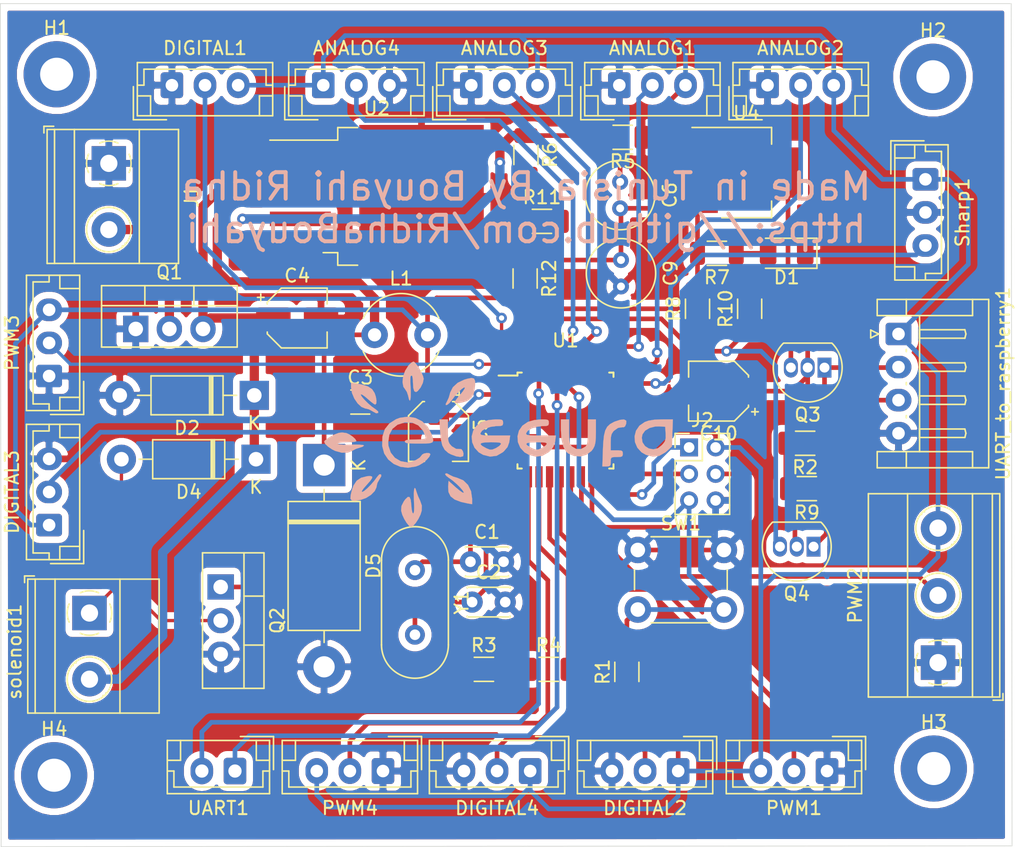
<source format=kicad_pcb>
(kicad_pcb (version 20171130) (host pcbnew "(5.1.8)-1")
  (layers (0 F.Cu signal) (31 B.Cu signal) (34 B.Paste user) (35 F.Paste user) (36 B.SilkS user hide) (37 F.SilkS user) (38 B.Mask user) (39 F.Mask user) (44 Edge.Cuts user))
  (net 0 "")
  (net 1 GND)
  (net 2 XTAL1)
  (net 3 XTAL2)
  (net 4 +12V)
  (net 5 +3V3)
  (net 6 "Net-(D1-Pad2)")
  (net 7 "Net-(D4-Pad2)")
  (net 8 "Net-(D5-Pad1)")
  (net 9 "Net-(J1-Pad2)")
  (net 10 RST)
  (net 11 MOSI)
  (net 12 SCK)
  (net 13 MISO)
  (net 14 RX_Rasp)
  (net 15 TX_Rasp)
  (net 16 IR_Sen)
  (net 17 PWM1)
  (net 18 RX)
  (net 19 TX)
  (net 20 PWM3)
  (net 21 PWM4)
  (net 22 A3)
  (net 23 PWM2)
  (net 24 A2)
  (net 25 DP2)
  (net 26 DP1)
  (net 27 DP3)
  (net 28 DP4)
  (net 29 A4)
  (net 30 A5)
  (net 31 "Net-(Q2-Pad1)")
  (net 32 "Net-(R3-Pad2)")
  (net 33 "Net-(R11-Pad1)")
  (net 34 "Net-(R11-Pad2)")
  (net 35 "Net-(U1-Pad23)")
  (net 36 "Net-(U1-Pad22)")
  (net 37 "Net-(U1-Pad20)")
  (net 38 "Net-(U1-Pad19)")
  (net 39 +5V)
  (net 40 r)
  (net 41 Solenoid)
  (module Connector_JST:JST_EH_B3B-EH-A_1x03_P2.50mm_Vertical (layer F.Cu) (at 124.206 102.8935 90)
    (fp_text reference DIGITAL3 (at 2.5 -2.8 90) (layer F.SilkS))
    (fp_text value DIGITAL)
    (pad 3 thru_hole oval (at 5 0 90) (size 1.7 1.95) (drill 0.95) (layers *.Cu *.Mask) (net 1 GND))
    (pad 2 thru_hole oval (at 2.5 0 90) (size 1.7 1.95) (drill 0.95) (layers *.Cu *.Mask) (net 27 DP3))
    (pad 1 thru_hole roundrect (at 0 0 90) (size 1.7 1.95) (drill 0.95) (layers *.Cu *.Mask) (roundrect_rratio 0.1470588235294118) (net 39 +5V))
  )
  (module TerminalBlock_Phoenix:TerminalBlock_Phoenix_MKDS-1,5-3-5.08_1x03_P5.08mm_Horizontal (layer F.Cu) (at 191.3255 113.284 90)
    (fp_text reference PWM2 (at 5.08 -6.26 90) (layer F.SilkS))
    (fp_text value PWM2)
    (pad 3 thru_hole circle (at 10.16 0 90) (size 2.6 2.6) (drill 1.3) (layers *.Cu *.Mask) (net 39 +5V))
    (pad 2 thru_hole circle (at 5.08 0 90) (size 2.6 2.6) (drill 1.3) (layers *.Cu *.Mask) (net 23 PWM2))
    (pad 1 thru_hole rect (at 0 0 90) (size 2.6 2.6) (drill 1.3) (layers *.Cu *.Mask) (net 1 GND))
  )
  (module Connector_JST:JST_EH_B3B-EH-A_1x03_P2.50mm_Vertical (layer F.Cu) (at 182.9435 121.4755 180)
    (fp_text reference PWM1 (at 2.5 -2.8) (layer F.SilkS))
    (fp_text value PWM1)
    (pad 3 thru_hole oval (at 5 0 180) (size 1.7 1.95) (drill 0.95) (layers *.Cu *.Mask) (net 39 +5V))
    (pad 2 thru_hole oval (at 2.5 0 180) (size 1.7 1.95) (drill 0.95) (layers *.Cu *.Mask) (net 17 PWM1))
    (pad 1 thru_hole roundrect (at 0 0 180) (size 1.7 1.95) (drill 0.95) (layers *.Cu *.Mask) (roundrect_rratio 0.1470588235294118) (net 1 GND))
  )
  (module TerminalBlock_Phoenix:TerminalBlock_Phoenix_MKDS-1,5-2_1x02_P5.00mm_Horizontal (layer F.Cu) (at 128.7145 75.565 270)
    (fp_text reference J1 (at 2.5 -6.26 90) (layer F.SilkS))
    (fp_text value "Input Voltage 12V")
    (pad 2 thru_hole circle (at 5 0 270) (size 2.6 2.6) (drill 1.3) (layers *.Cu *.Mask) (net 9 "Net-(J1-Pad2)"))
    (pad 1 thru_hole rect (at 0 0 270) (size 2.6 2.6) (drill 1.3) (layers *.Cu *.Mask) (net 1 GND))
  )
  (module "Logo Greentaa:greenta logo" (layer B.Cu) (at 158.1785 96.8375)
    (fp_text reference G*** hide)
    (fp_text value LOGO hide)
  )
  (module Connector_JST:JST_EH_B3B-EH-A_1x03_P2.50mm_Vertical (layer F.Cu) (at 171.704 121.4755 180)
    (fp_text reference DIGITAL2 (at 2.5 -2.8) (layer F.SilkS))
    (fp_text value DIGITAL)
    (pad 3 thru_hole oval (at 5 0 180) (size 1.7 1.95) (drill 0.95) (layers *.Cu *.Mask) (net 1 GND))
    (pad 2 thru_hole oval (at 2.5 0 180) (size 1.7 1.95) (drill 0.95) (layers *.Cu *.Mask) (net 26 DP1))
    (pad 1 thru_hole roundrect (at 0 0 180) (size 1.7 1.95) (drill 0.95) (layers *.Cu *.Mask) (roundrect_rratio 0.1470588235294118) (net 39 +5V))
  )
  (module Capacitor_THT:C_Disc_D3.0mm_W2.0mm_P2.50mm (layer F.Cu) (at 156.1465 108.712)
    (fp_text reference C2 (at 1.25 -2.25) (layer F.SilkS))
    (fp_text value 23pF)
    (pad 2 thru_hole circle (at 2.5 0) (size 1.6 1.6) (drill 0.8) (layers *.Cu *.Mask) (net 1 GND))
    (pad 1 thru_hole circle (at 0 0) (size 1.6 1.6) (drill 0.8) (layers *.Cu *.Mask) (net 3 XTAL2))
  )
  (module Capacitor_THT:C_Disc_D3.0mm_W2.0mm_P2.50mm (layer F.Cu) (at 156.0195 105.664)
    (fp_text reference C1 (at 1.25 -2.25) (layer F.SilkS))
    (fp_text value 23pF)
    (pad 2 thru_hole circle (at 2.5 0) (size 1.6 1.6) (drill 0.8) (layers *.Cu *.Mask) (net 1 GND))
    (pad 1 thru_hole circle (at 0 0) (size 1.6 1.6) (drill 0.8) (layers *.Cu *.Mask) (net 2 XTAL1))
  )
  (module Crystal:Crystal_HC49-4H_Vertical (layer F.Cu) (at 151.8285 106.299 270)
    (fp_text reference Y1 (at 2.44 -3.525 90) (layer F.SilkS))
    (fp_text value 16MHz)
    (pad 2 thru_hole circle (at 4.88 0 270) (size 1.5 1.5) (drill 0.8) (layers *.Cu *.Mask) (net 3 XTAL2))
    (pad 1 thru_hole circle (at 0 0 270) (size 1.5 1.5) (drill 0.8) (layers *.Cu *.Mask) (net 2 XTAL1))
  )
  (module Package_TO_SOT_SMD:SOT-223-3_TabPin2 (layer F.Cu) (at 176.8475 76.2635)
    (fp_text reference U4 (at 0 -4.5) (layer F.SilkS))
    (fp_text value AMS1117-3.3)
    (pad 1 smd rect (at -3.15 -2.3) (size 2 1.5) (layers F.Cu F.Paste F.Mask) (net 1 GND))
    (pad 3 smd rect (at -3.15 2.3) (size 2 1.5) (layers F.Cu F.Paste F.Mask) (net 39 +5V))
    (pad 2 smd rect (at -3.15 0) (size 2 1.5) (layers F.Cu F.Paste F.Mask) (net 5 +3V3))
    (pad 2 smd rect (at 3.15 0) (size 2 3.8) (layers F.Cu F.Paste F.Mask) (net 5 +3V3))
  )
  (module Package_TO_SOT_SMD:TO-263-5_TabPin3 (layer F.Cu) (at 148.9495 78.0605)
    (fp_text reference U2 (at 0 -6.65) (layer F.SilkS))
    (fp_text value LM2596S-5)
    (pad 3 smd rect (at 3.375 0) (size 9.4 10.8) (layers F.Cu F.Mask) (net 1 GND))
    (pad 5 smd rect (at -5.775 3.4) (size 4.6 1.1) (layers F.Cu F.Paste F.Mask) (net 1 GND))
    (pad 4 smd rect (at -5.775 1.7) (size 4.6 1.1) (layers F.Cu F.Paste F.Mask) (net 40 r))
    (pad 3 smd rect (at -5.775 0) (size 4.6 1.1) (layers F.Cu F.Paste F.Mask) (net 1 GND))
    (pad 2 smd rect (at -5.775 -1.7) (size 4.6 1.1) (layers F.Cu F.Paste F.Mask) (net 8 "Net-(D5-Pad1)"))
    (pad 1 smd rect (at -5.775 -3.4) (size 4.6 1.1) (layers F.Cu F.Paste F.Mask) (net 4 +12V))
  )
  (module Package_QFP:TQFP-32_7x7mm_P0.8mm (layer F.Cu) (at 163.195 94.996)
    (fp_text reference U1 (at 0 -6.05) (layer F.SilkS))
    (fp_text value ATmega328-AU)
    (pad 32 smd rect (at -2.8 -4.25 90) (size 1.6 0.55) (layers F.Cu F.Paste F.Mask) (net 25 DP2))
    (pad 31 smd rect (at -2 -4.25 90) (size 1.6 0.55) (layers F.Cu F.Paste F.Mask) (net 19 TX))
    (pad 30 smd rect (at -1.2 -4.25 90) (size 1.6 0.55) (layers F.Cu F.Paste F.Mask) (net 18 RX))
    (pad 29 smd rect (at -0.4 -4.25 90) (size 1.6 0.55) (layers F.Cu F.Paste F.Mask) (net 10 RST))
    (pad 28 smd rect (at 0.4 -4.25 90) (size 1.6 0.55) (layers F.Cu F.Paste F.Mask) (net 30 A5))
    (pad 27 smd rect (at 1.2 -4.25 90) (size 1.6 0.55) (layers F.Cu F.Paste F.Mask) (net 29 A4))
    (pad 26 smd rect (at 2 -4.25 90) (size 1.6 0.55) (layers F.Cu F.Paste F.Mask) (net 22 A3))
    (pad 25 smd rect (at 2.8 -4.25 90) (size 1.6 0.55) (layers F.Cu F.Paste F.Mask) (net 24 A2))
    (pad 24 smd rect (at 4.25 -2.8) (size 1.6 0.55) (layers F.Cu F.Paste F.Mask) (net 16 IR_Sen))
    (pad 23 smd rect (at 4.25 -2) (size 1.6 0.55) (layers F.Cu F.Paste F.Mask) (net 35 "Net-(U1-Pad23)"))
    (pad 22 smd rect (at 4.25 -1.2) (size 1.6 0.55) (layers F.Cu F.Paste F.Mask) (net 36 "Net-(U1-Pad22)"))
    (pad 21 smd rect (at 4.25 -0.4) (size 1.6 0.55) (layers F.Cu F.Paste F.Mask) (net 1 GND))
    (pad 20 smd rect (at 4.25 0.4) (size 1.6 0.55) (layers F.Cu F.Paste F.Mask) (net 37 "Net-(U1-Pad20)"))
    (pad 19 smd rect (at 4.25 1.2) (size 1.6 0.55) (layers F.Cu F.Paste F.Mask) (net 38 "Net-(U1-Pad19)"))
    (pad 18 smd rect (at 4.25 2) (size 1.6 0.55) (layers F.Cu F.Paste F.Mask) (net 39 +5V))
    (pad 17 smd rect (at 4.25 2.8) (size 1.6 0.55) (layers F.Cu F.Paste F.Mask) (net 12 SCK))
    (pad 16 smd rect (at 2.8 4.25 90) (size 1.6 0.55) (layers F.Cu F.Paste F.Mask) (net 13 MISO))
    (pad 15 smd rect (at 2 4.25 90) (size 1.6 0.55) (layers F.Cu F.Paste F.Mask) (net 11 MOSI))
    (pad 14 smd rect (at 1.2 4.25 90) (size 1.6 0.55) (layers F.Cu F.Paste F.Mask) (net 23 PWM2))
    (pad 13 smd rect (at 0.4 4.25 90) (size 1.6 0.55) (layers F.Cu F.Paste F.Mask) (net 17 PWM1))
    (pad 12 smd rect (at -0.4 4.25 90) (size 1.6 0.55) (layers F.Cu F.Paste F.Mask) (net 26 DP1))
    (pad 11 smd rect (at -1.2 4.25 90) (size 1.6 0.55) (layers F.Cu F.Paste F.Mask) (net 28 DP4))
    (pad 10 smd rect (at -2 4.25 90) (size 1.6 0.55) (layers F.Cu F.Paste F.Mask) (net 41 Solenoid))
    (pad 9 smd rect (at -2.8 4.25 90) (size 1.6 0.55) (layers F.Cu F.Paste F.Mask) (net 21 PWM4))
    (pad 8 smd rect (at -4.25 2.8) (size 1.6 0.55) (layers F.Cu F.Paste F.Mask) (net 3 XTAL2))
    (pad 7 smd rect (at -4.25 2) (size 1.6 0.55) (layers F.Cu F.Paste F.Mask) (net 2 XTAL1))
    (pad 6 smd rect (at -4.25 1.2) (size 1.6 0.55) (layers F.Cu F.Paste F.Mask) (net 39 +5V))
    (pad 5 smd rect (at -4.25 0.4) (size 1.6 0.55) (layers F.Cu F.Paste F.Mask) (net 1 GND))
    (pad 4 smd rect (at -4.25 -0.4) (size 1.6 0.55) (layers F.Cu F.Paste F.Mask) (net 39 +5V))
    (pad 3 smd rect (at -4.25 -1.2) (size 1.6 0.55) (layers F.Cu F.Paste F.Mask) (net 1 GND))
    (pad 2 smd rect (at -4.25 -2) (size 1.6 0.55) (layers F.Cu F.Paste F.Mask) (net 27 DP3))
    (pad 1 smd rect (at -4.25 -2.8) (size 1.6 0.55) (layers F.Cu F.Paste F.Mask) (net 20 PWM3))
  )
  (module Button_Switch_THT:SW_PUSH_6mm (layer F.Cu) (at 168.656 104.775)
    (fp_text reference SW1 (at 3.25 -2) (layer F.SilkS))
    (fp_text value SW_Push)
    (pad 1 thru_hole circle (at 6.5 0 90) (size 2 2) (drill 1.1) (layers *.Cu *.Mask) (net 1 GND))
    (pad 2 thru_hole circle (at 6.5 4.5 90) (size 2 2) (drill 1.1) (layers *.Cu *.Mask) (net 10 RST))
    (pad 1 thru_hole circle (at 0 0 90) (size 2 2) (drill 1.1) (layers *.Cu *.Mask) (net 1 GND))
    (pad 2 thru_hole circle (at 0 4.5 90) (size 2 2) (drill 1.1) (layers *.Cu *.Mask) (net 10 RST))
  )
  (module Resistor_SMD:R_1206_3216Metric (layer F.Cu) (at 160.147 84.2645 270)
    (fp_text reference R12 (at 0 -1.82 90) (layer F.SilkS))
    (fp_text value 1k)
    (pad 2 smd roundrect (at 1.4625 0 270) (size 1.125 1.75) (layers F.Cu F.Paste F.Mask) (roundrect_rratio 0.2222204444444444) (net 39 +5V))
    (pad 1 smd roundrect (at -1.4625 0 270) (size 1.125 1.75) (layers F.Cu F.Paste F.Mask) (roundrect_rratio 0.2222204444444444) (net 34 "Net-(R11-Pad2)"))
  )
  (module Resistor_SMD:R_1206_3216Metric (layer F.Cu) (at 161.417 79.9465)
    (fp_text reference R11 (at 0 -1.82) (layer F.SilkS))
    (fp_text value 1k)
    (pad 2 smd roundrect (at 1.4625 0) (size 1.125 1.75) (layers F.Cu F.Paste F.Mask) (roundrect_rratio 0.2222204444444444) (net 34 "Net-(R11-Pad2)"))
    (pad 1 smd roundrect (at -1.4625 0) (size 1.125 1.75) (layers F.Cu F.Paste F.Mask) (roundrect_rratio 0.2222204444444444) (net 33 "Net-(R11-Pad1)"))
  )
  (module Resistor_SMD:R_1206_3216Metric (layer F.Cu) (at 177.1015 86.5505 90)
    (fp_text reference R10 (at 0 -1.82 90) (layer F.SilkS))
    (fp_text value 10k)
    (pad 2 smd roundrect (at 1.4625 0 90) (size 1.125 1.75) (layers F.Cu F.Paste F.Mask) (roundrect_rratio 0.2222204444444444) (net 39 +5V))
    (pad 1 smd roundrect (at -1.4625 0 90) (size 1.125 1.75) (layers F.Cu F.Paste F.Mask) (roundrect_rratio 0.2222204444444444) (net 18 RX))
  )
  (module Resistor_SMD:R_1206_3216Metric (layer F.Cu) (at 181.4195 100.1395 180)
    (fp_text reference R9 (at 0 -1.82) (layer F.SilkS))
    (fp_text value 10k)
    (pad 2 smd roundrect (at 1.4625 0 180) (size 1.125 1.75) (layers F.Cu F.Paste F.Mask) (roundrect_rratio 0.2222204444444444) (net 5 +3V3))
    (pad 1 smd roundrect (at -1.4625 0 180) (size 1.125 1.75) (layers F.Cu F.Paste F.Mask) (roundrect_rratio 0.2222204444444444) (net 14 RX_Rasp))
  )
  (module Resistor_SMD:R_1206_3216Metric (layer F.Cu) (at 173.1645 86.5505 90)
    (fp_text reference R8 (at 0 -1.82 90) (layer F.SilkS))
    (fp_text value 10k)
    (pad 2 smd roundrect (at 1.4625 0 90) (size 1.125 1.75) (layers F.Cu F.Paste F.Mask) (roundrect_rratio 0.2222204444444444) (net 39 +5V))
    (pad 1 smd roundrect (at -1.4625 0 90) (size 1.125 1.75) (layers F.Cu F.Paste F.Mask) (roundrect_rratio 0.2222204444444444) (net 19 TX))
  )
  (module Resistor_SMD:R_1206_3216Metric (layer F.Cu) (at 174.627 82.3595 180)
    (fp_text reference R7 (at 0 -1.82) (layer F.SilkS))
    (fp_text value 1k)
    (pad 2 smd roundrect (at 1.4625 0 180) (size 1.125 1.75) (layers F.Cu F.Paste F.Mask) (roundrect_rratio 0.2222204444444444) (net 39 +5V))
    (pad 1 smd roundrect (at -1.4625 0 180) (size 1.125 1.75) (layers F.Cu F.Paste F.Mask) (roundrect_rratio 0.2222204444444444) (net 6 "Net-(D1-Pad2)"))
  )
  (module Resistor_SMD:R_1206_3216Metric (layer F.Cu) (at 160.2105 74.928 270)
    (fp_text reference R6 (at 0 -1.82 90) (layer F.SilkS))
    (fp_text value 1k)
    (pad 2 smd roundrect (at 1.4625 0 270) (size 1.125 1.75) (layers F.Cu F.Paste F.Mask) (roundrect_rratio 0.2222204444444444) (net 33 "Net-(R11-Pad1)"))
    (pad 1 smd roundrect (at -1.4625 0 270) (size 1.125 1.75) (layers F.Cu F.Paste F.Mask) (roundrect_rratio 0.2222204444444444) (net 40 r))
  )
  (module Resistor_SMD:R_1206_3216Metric (layer F.Cu) (at 167.513 73.5965 180)
    (fp_text reference R5 (at 0 -1.82 180) (layer F.SilkS))
    (fp_text value 1k)
    (pad 2 smd roundrect (at 1.4625 0 180) (size 1.125 1.75) (layers F.Cu F.Paste F.Mask) (roundrect_rratio 0.2222204444444444) (net 40 r))
    (pad 1 smd roundrect (at -1.4625 0 180) (size 1.125 1.75) (layers F.Cu F.Paste F.Mask) (roundrect_rratio 0.2222204444444444) (net 1 GND))
  )
  (module Resistor_SMD:R_1206_3216Metric (layer F.Cu) (at 161.925 113.792)
    (fp_text reference R4 (at 0 -1.82) (layer F.SilkS))
    (fp_text value 1k)
    (pad 2 smd roundrect (at 1.4625 0) (size 1.125 1.75) (layers F.Cu F.Paste F.Mask) (roundrect_rratio 0.2222204444444444) (net 41 Solenoid))
    (pad 1 smd roundrect (at -1.4625 0) (size 1.125 1.75) (layers F.Cu F.Paste F.Mask) (roundrect_rratio 0.2222204444444444) (net 32 "Net-(R3-Pad2)"))
  )
  (module Resistor_SMD:R_1206_3216Metric (layer F.Cu) (at 157.0355 113.792)
    (fp_text reference R3 (at 0 -1.82) (layer F.SilkS))
    (fp_text value 1k)
    (pad 2 smd roundrect (at 1.4625 0) (size 1.125 1.75) (layers F.Cu F.Paste F.Mask) (roundrect_rratio 0.2222204444444444) (net 32 "Net-(R3-Pad2)"))
    (pad 1 smd roundrect (at -1.4625 0) (size 1.125 1.75) (layers F.Cu F.Paste F.Mask) (roundrect_rratio 0.2222204444444444) (net 31 "Net-(Q2-Pad1)"))
  )
  (module Resistor_SMD:R_1206_3216Metric (layer F.Cu) (at 181.2925 96.7105 180)
    (fp_text reference R2 (at 0 -1.82) (layer F.SilkS))
    (fp_text value 10k)
    (pad 2 smd roundrect (at 1.4625 0 180) (size 1.125 1.75) (layers F.Cu F.Paste F.Mask) (roundrect_rratio 0.2222204444444444) (net 5 +3V3))
    (pad 1 smd roundrect (at -1.4625 0 180) (size 1.125 1.75) (layers F.Cu F.Paste F.Mask) (roundrect_rratio 0.2222204444444444) (net 15 TX_Rasp))
  )
  (module Resistor_SMD:R_1206_3216Metric (layer F.Cu) (at 167.8305 113.9825 90)
    (fp_text reference R1 (at 0 -1.82 90) (layer F.SilkS))
    (fp_text value 10k)
    (pad 2 smd roundrect (at 1.4625 0 90) (size 1.125 1.75) (layers F.Cu F.Paste F.Mask) (roundrect_rratio 0.2222204444444444) (net 10 RST))
    (pad 1 smd roundrect (at -1.4625 0 90) (size 1.125 1.75) (layers F.Cu F.Paste F.Mask) (roundrect_rratio 0.2222204444444444) (net 39 +5V))
  )
  (module Package_TO_SOT_THT:TO-92_Inline (layer F.Cu) (at 181.9275 104.521 180)
    (fp_text reference Q4 (at 1.27 -3.56) (layer F.SilkS))
    (fp_text value 2N7000)
    (pad 1 thru_hole rect (at 0 0 180) (size 1.05 1.5) (drill 0.75) (layers *.Cu *.Mask) (net 14 RX_Rasp))
    (pad 3 thru_hole oval (at 2.54 0 180) (size 1.05 1.5) (drill 0.75) (layers *.Cu *.Mask) (net 18 RX))
    (pad 2 thru_hole oval (at 1.27 0 180) (size 1.05 1.5) (drill 0.75) (layers *.Cu *.Mask) (net 5 +3V3))
  )
  (module Package_TO_SOT_THT:TO-92_Inline (layer F.Cu) (at 182.753 90.9955 180)
    (fp_text reference Q3 (at 1.27 -3.56) (layer F.SilkS))
    (fp_text value 2N7000)
    (pad 1 thru_hole rect (at 0 0 180) (size 1.05 1.5) (drill 0.75) (layers *.Cu *.Mask) (net 15 TX_Rasp))
    (pad 3 thru_hole oval (at 2.54 0 180) (size 1.05 1.5) (drill 0.75) (layers *.Cu *.Mask) (net 19 TX))
    (pad 2 thru_hole oval (at 1.27 0 180) (size 1.05 1.5) (drill 0.75) (layers *.Cu *.Mask) (net 5 +3V3))
  )
  (module Package_TO_SOT_THT:TO-220-3_Vertical (layer F.Cu) (at 137.16 107.569 270)
    (fp_text reference Q2 (at 2.54 -4.27 90) (layer F.SilkS))
    (fp_text value TIP120)
    (pad 3 thru_hole oval (at 5.08 0 270) (size 1.905 2) (drill 1.1) (layers *.Cu *.Mask) (net 1 GND))
    (pad 2 thru_hole oval (at 2.54 0 270) (size 1.905 2) (drill 1.1) (layers *.Cu *.Mask) (net 7 "Net-(D4-Pad2)"))
    (pad 1 thru_hole rect (at 0 0 270) (size 1.905 2) (drill 1.1) (layers *.Cu *.Mask) (net 31 "Net-(Q2-Pad1)"))
  )
  (module Package_TO_SOT_THT:TO-220-3_Vertical (layer F.Cu) (at 130.7465 88.0745)
    (fp_text reference Q1 (at 2.54 -4.27) (layer F.SilkS))
    (fp_text value IRF9530)
    (pad 3 thru_hole oval (at 5.08 0) (size 1.905 2) (drill 1.1) (layers *.Cu *.Mask) (net 4 +12V))
    (pad 2 thru_hole oval (at 2.54 0) (size 1.905 2) (drill 1.1) (layers *.Cu *.Mask) (net 9 "Net-(J1-Pad2)"))
    (pad 1 thru_hole rect (at 0 0) (size 1.905 2) (drill 1.1) (layers *.Cu *.Mask) (net 1 GND))
  )
  (module Inductor_THT:L_Radial_D6.0mm_P4.00mm (layer F.Cu) (at 148.7805 88.519)
    (fp_text reference L1 (at 2 -4.25) (layer F.SilkS))
    (fp_text value 33uH)
    (pad 2 thru_hole circle (at 4 0) (size 2 2) (drill 1) (layers *.Cu *.Mask) (net 39 +5V))
    (pad 1 thru_hole circle (at 0 0) (size 2 2) (drill 1) (layers *.Cu *.Mask) (net 8 "Net-(D5-Pad1)"))
  )
  (module Connector_JST:JST_EH_B3B-EH-A_1x03_P2.50mm_Vertical (layer F.Cu) (at 144.907 69.6595)
    (fp_text reference ANALOG4 (at 2.5 -2.8) (layer F.SilkS))
    (fp_text value ANALOG)
    (pad 3 thru_hole oval (at 5 0) (size 1.7 1.95) (drill 0.95) (layers *.Cu *.Mask) (net 1 GND))
    (pad 2 thru_hole oval (at 2.5 0) (size 1.7 1.95) (drill 0.95) (layers *.Cu *.Mask) (net 30 A5))
    (pad 1 thru_hole roundrect (at 0 0) (size 1.7 1.95) (drill 0.95) (layers *.Cu *.Mask) (roundrect_rratio 0.1470588235294118) (net 39 +5V))
  )
  (module Connector_JST:JST_EH_B3B-EH-A_1x03_P2.50mm_Vertical (layer F.Cu) (at 156.083 69.6595)
    (fp_text reference ANALOG3 (at 2.5 -2.8) (layer F.SilkS))
    (fp_text value ANALOG)
    (pad 3 thru_hole oval (at 5 0) (size 1.7 1.95) (drill 0.95) (layers *.Cu *.Mask) (net 39 +5V))
    (pad 2 thru_hole oval (at 2.5 0) (size 1.7 1.95) (drill 0.95) (layers *.Cu *.Mask) (net 29 A4))
    (pad 1 thru_hole roundrect (at 0 0) (size 1.7 1.95) (drill 0.95) (layers *.Cu *.Mask) (roundrect_rratio 0.1470588235294118) (net 1 GND))
  )
  (module Connector_JST:JST_EH_B3B-EH-A_1x03_P2.50mm_Vertical (layer F.Cu) (at 160.528 121.4755 180)
    (fp_text reference DIGITAL4 (at 2.5 -2.8) (layer F.SilkS))
    (fp_text value DIGITAL)
    (pad 3 thru_hole oval (at 5 0 180) (size 1.7 1.95) (drill 0.95) (layers *.Cu *.Mask) (net 1 GND))
    (pad 2 thru_hole oval (at 2.5 0 180) (size 1.7 1.95) (drill 0.95) (layers *.Cu *.Mask) (net 28 DP4))
    (pad 1 thru_hole roundrect (at 0 0 180) (size 1.7 1.95) (drill 0.95) (layers *.Cu *.Mask) (roundrect_rratio 0.1470588235294118) (net 39 +5V))
  )
  (module Connector_JST:JST_EH_B3B-EH-A_1x03_P2.50mm_Vertical (layer F.Cu) (at 133.477 69.6595)
    (fp_text reference DIGITAL1 (at 2.5 -2.8) (layer F.SilkS))
    (fp_text value DIGITAL)
    (pad 3 thru_hole oval (at 5 0) (size 1.7 1.95) (drill 0.95) (layers *.Cu *.Mask) (net 39 +5V))
    (pad 2 thru_hole oval (at 2.5 0) (size 1.7 1.95) (drill 0.95) (layers *.Cu *.Mask) (net 25 DP2))
    (pad 1 thru_hole roundrect (at 0 0) (size 1.7 1.95) (drill 0.95) (layers *.Cu *.Mask) (roundrect_rratio 0.1470588235294118) (net 1 GND))
  )
  (module Connector_JST:JST_EH_B3B-EH-A_1x03_P2.50mm_Vertical (layer F.Cu) (at 178.4515 69.6595)
    (fp_text reference ANALOG2 (at 2.5 -2.8) (layer F.SilkS))
    (fp_text value ANALOG)
    (pad 3 thru_hole oval (at 5 0) (size 1.7 1.95) (drill 0.95) (layers *.Cu *.Mask) (net 39 +5V))
    (pad 2 thru_hole oval (at 2.5 0) (size 1.7 1.95) (drill 0.95) (layers *.Cu *.Mask) (net 24 A2))
    (pad 1 thru_hole roundrect (at 0 0) (size 1.7 1.95) (drill 0.95) (layers *.Cu *.Mask) (roundrect_rratio 0.1470588235294118) (net 1 GND))
  )
  (module Connector_JST:JST_EH_B3B-EH-A_1x03_P2.50mm_Vertical (layer F.Cu) (at 167.259 69.6595)
    (fp_text reference ANALOG1 (at 2.5 -2.8) (layer F.SilkS))
    (fp_text value ANALOG)
    (pad 3 thru_hole oval (at 5 0) (size 1.7 1.95) (drill 0.95) (layers *.Cu *.Mask) (net 39 +5V))
    (pad 2 thru_hole oval (at 2.5 0) (size 1.7 1.95) (drill 0.95) (layers *.Cu *.Mask) (net 22 A3))
    (pad 1 thru_hole roundrect (at 0 0) (size 1.7 1.95) (drill 0.95) (layers *.Cu *.Mask) (roundrect_rratio 0.1470588235294118) (net 1 GND))
  )
  (module Connector_JST:JST_EH_B3B-EH-A_1x03_P2.50mm_Vertical (layer F.Cu) (at 149.4155 121.4755 180)
    (fp_text reference PWM4 (at 2.5 -2.8) (layer F.SilkS))
    (fp_text value PWM4)
    (pad 3 thru_hole oval (at 5 0 180) (size 1.7 1.95) (drill 0.95) (layers *.Cu *.Mask) (net 39 +5V))
    (pad 2 thru_hole oval (at 2.5 0 180) (size 1.7 1.95) (drill 0.95) (layers *.Cu *.Mask) (net 21 PWM4))
    (pad 1 thru_hole roundrect (at 0 0 180) (size 1.7 1.95) (drill 0.95) (layers *.Cu *.Mask) (roundrect_rratio 0.1470588235294118) (net 1 GND))
  )
  (module Connector_JST:JST_EH_B3B-EH-A_1x03_P2.50mm_Vertical (layer F.Cu) (at 124.206 91.6305 90)
    (fp_text reference PWM3 (at 2.5 -2.8 90) (layer F.SilkS))
    (fp_text value PWM3)
    (pad 3 thru_hole oval (at 5 0 90) (size 1.7 1.95) (drill 0.95) (layers *.Cu *.Mask) (net 39 +5V))
    (pad 2 thru_hole oval (at 2.5 0 90) (size 1.7 1.95) (drill 0.95) (layers *.Cu *.Mask) (net 20 PWM3))
    (pad 1 thru_hole roundrect (at 0 0 90) (size 1.7 1.95) (drill 0.95) (layers *.Cu *.Mask) (roundrect_rratio 0.1470588235294118) (net 1 GND))
  )
  (module Connector_JST:JST_EH_B2B-EH-A_1x02_P2.50mm_Vertical (layer F.Cu) (at 138.2395 121.4755 180)
    (fp_text reference UART1 (at 1.25 -2.8) (layer F.SilkS))
    (fp_text value UART)
    (pad 2 thru_hole oval (at 2.5 0 180) (size 1.7 2) (drill 1) (layers *.Cu *.Mask) (net 19 TX))
    (pad 1 thru_hole roundrect (at 0 0 180) (size 1.7 2) (drill 1) (layers *.Cu *.Mask) (roundrect_rratio 0.1470588235294118) (net 18 RX))
  )
  (module TerminalBlock_Phoenix:TerminalBlock_Phoenix_MKDS-1,5-2_1x02_P5.00mm_Horizontal (layer F.Cu) (at 127.254 109.5375 270)
    (fp_text reference solenoid1 (at 2.921 5.6515 90) (layer F.SilkS))
    (fp_text value solenoid)
    (pad 2 thru_hole circle (at 5 0 270) (size 2.6 2.6) (drill 1.3) (layers *.Cu *.Mask) (net 4 +12V))
    (pad 1 thru_hole rect (at 0 0 270) (size 2.6 2.6) (drill 1.3) (layers *.Cu *.Mask) (net 7 "Net-(D4-Pad2)"))
  )
  (module Connector_JST:JST_EH_B3B-EH-A_1x03_P2.50mm_Vertical (layer F.Cu) (at 190.373 76.7715 270)
    (fp_text reference Sharp1 (at 2.5 -2.8 90) (layer F.SilkS))
    (fp_text value "Sharp Sensor")
    (pad 3 thru_hole oval (at 5 0 270) (size 1.7 1.95) (drill 0.95) (layers *.Cu *.Mask) (net 16 IR_Sen))
    (pad 2 thru_hole oval (at 2.5 0 270) (size 1.7 1.95) (drill 0.95) (layers *.Cu *.Mask) (net 1 GND))
    (pad 1 thru_hole roundrect (at 0 0 270) (size 1.7 1.95) (drill 0.95) (layers *.Cu *.Mask) (roundrect_rratio 0.1470588235294118) (net 39 +5V))
  )
  (module Connector_JST:JST_EH_S4B-EH_1x04_P2.50mm_Horizontal (layer F.Cu) (at 188.341 88.4555 270)
    (fp_text reference UART_to_raspberry1 (at 3.75 -7.9 90) (layer F.SilkS))
    (fp_text value "UART to raspberry")
    (pad 4 thru_hole oval (at 7.5 0 270) (size 1.7 1.95) (drill 0.95) (layers *.Cu *.Mask) (net 1 GND))
    (pad 3 thru_hole oval (at 5 0 270) (size 1.7 1.95) (drill 0.95) (layers *.Cu *.Mask) (net 14 RX_Rasp))
    (pad 2 thru_hole oval (at 2.5 0 270) (size 1.7 1.95) (drill 0.95) (layers *.Cu *.Mask) (net 15 TX_Rasp))
    (pad 1 thru_hole roundrect (at 0 0 270) (size 1.7 1.95) (drill 0.95) (layers *.Cu *.Mask) (roundrect_rratio 0.1470588235294118) (net 39 +5V))
  )
  (module Connector_PinHeader_2.00mm:PinHeader_2x03_P2.00mm_Vertical (layer F.Cu) (at 172.5295 97.028)
    (fp_text reference J2 (at 1 -2.06) (layer F.SilkS))
    (fp_text value AVR-ISP-6)
    (pad 6 thru_hole oval (at 2 4) (size 1.35 1.35) (drill 0.8) (layers *.Cu *.Mask) (net 1 GND))
    (pad 5 thru_hole oval (at 0 4) (size 1.35 1.35) (drill 0.8) (layers *.Cu *.Mask) (net 10 RST))
    (pad 4 thru_hole oval (at 2 2) (size 1.35 1.35) (drill 0.8) (layers *.Cu *.Mask) (net 11 MOSI))
    (pad 3 thru_hole oval (at 0 2) (size 1.35 1.35) (drill 0.8) (layers *.Cu *.Mask) (net 12 SCK))
    (pad 2 thru_hole oval (at 2 0) (size 1.35 1.35) (drill 0.8) (layers *.Cu *.Mask) (net 39 +5V))
    (pad 1 thru_hole rect (at 0 0) (size 1.35 1.35) (drill 0.8) (layers *.Cu *.Mask) (net 13 MISO))
  )
  (module MountingHole:MountingHole_2.5mm_Pad (layer F.Cu) (at 124.587 121.793)
    (fp_text reference H4 (at 0 -3.5) (layer F.SilkS))
    (fp_text value MountingHole)
    (pad 1 thru_hole circle (at 0 0) (size 5 5) (drill 2.5) (layers *.Cu *.Mask))
  )
  (module MountingHole:MountingHole_2.5mm_Pad (layer F.Cu) (at 191.008 121.285)
    (fp_text reference H3 (at 0 -3.5) (layer F.SilkS))
    (fp_text value MountingHole)
    (pad 1 thru_hole circle (at 0 0) (size 5 5) (drill 2.5) (layers *.Cu *.Mask))
  )
  (module MountingHole:MountingHole_2.5mm_Pad (layer F.Cu) (at 190.9445 69.0245)
    (fp_text reference H2 (at 0 -3.5) (layer F.SilkS))
    (fp_text value MountingHole)
    (pad 1 thru_hole circle (at 0 0) (size 5 5) (drill 2.5) (layers *.Cu *.Mask))
  )
  (module MountingHole:MountingHole_2.5mm_Pad (layer F.Cu) (at 124.7775 68.834)
    (fp_text reference H1 (at 0 -3.5) (layer F.SilkS))
    (fp_text value MountingHole)
    (pad 1 thru_hole circle (at 0 0) (size 5 5) (drill 2.5) (layers *.Cu *.Mask))
  )
  (module Diode_THT:D_DO-201AD_P15.24mm_Horizontal (layer F.Cu) (at 144.9705 98.3615 270)
    (fp_text reference D5 (at 7.62 -3.72 90) (layer F.SilkS))
    (fp_text value 1N5822)
    (fp_text user K (at 0 -2.6 90) (layer F.SilkS))
    (pad 2 thru_hole oval (at 15.24 0 270) (size 3.2 3.2) (drill 1.6) (layers *.Cu *.Mask) (net 1 GND))
    (pad 1 thru_hole rect (at 0 0 270) (size 3.2 3.2) (drill 1.6) (layers *.Cu *.Mask) (net 8 "Net-(D5-Pad1)"))
  )
  (module Diode_THT:D_DO-41_SOD81_P10.16mm_Horizontal (layer F.Cu) (at 139.827 97.917 180)
    (fp_text reference D4 (at 5.08 -2.47) (layer F.SilkS))
    (fp_text value 1N4001)
    (fp_text user K (at 0 -2.1) (layer F.SilkS))
    (pad 2 thru_hole oval (at 10.16 0 180) (size 2.2 2.2) (drill 1.1) (layers *.Cu *.Mask) (net 7 "Net-(D4-Pad2)"))
    (pad 1 thru_hole rect (at 0 0 180) (size 2.2 2.2) (drill 1.1) (layers *.Cu *.Mask) (net 4 +12V))
  )
  (module Diode_THT:D_DO-41_SOD81_P10.16mm_Horizontal (layer F.Cu) (at 139.7 93.091 180)
    (fp_text reference D2 (at 5.08 -2.47) (layer F.SilkS))
    (fp_text value 1N47xxA)
    (fp_text user K (at 0 -2.1) (layer F.SilkS))
    (pad 2 thru_hole oval (at 10.16 0 180) (size 2.2 2.2) (drill 1.1) (layers *.Cu *.Mask) (net 1 GND))
    (pad 1 thru_hole rect (at 0 0 180) (size 2.2 2.2) (drill 1.1) (layers *.Cu *.Mask) (net 4 +12V))
  )
  (module Diode_SMD:D_1206_3216Metric (layer F.Cu) (at 179.8955 82.3595 180)
    (fp_text reference D1 (at 0 -1.82) (layer F.SilkS))
    (fp_text value LED)
    (pad 2 smd roundrect (at 1.4 0 180) (size 1.25 1.75) (layers F.Cu F.Paste F.Mask) (roundrect_rratio 0.2) (net 6 "Net-(D1-Pad2)"))
    (pad 1 smd roundrect (at -1.4 0 180) (size 1.25 1.75) (layers F.Cu F.Paste F.Mask) (roundrect_rratio 0.2) (net 1 GND))
  )
  (module Capacitor_SMD:CP_Elec_4x5.3 (layer F.Cu) (at 174.752 92.7735 180)
    (fp_text reference C10 (at 0 -3.2) (layer F.SilkS))
    (fp_text value 10uF)
    (pad 2 smd roundrect (at 1.8 0 180) (size 2.6 1.6) (layers F.Cu F.Paste F.Mask) (roundrect_rratio 0.15625) (net 1 GND))
    (pad 1 smd roundrect (at -1.8 0 180) (size 2.6 1.6) (layers F.Cu F.Paste F.Mask) (roundrect_rratio 0.15625) (net 5 +3V3))
  )
  (module Capacitor_THT:C_Radial_D5.0mm_H5.0mm_P2.00mm (layer F.Cu) (at 167.386 82.8675 270)
    (fp_text reference C9 (at 1 -3.75 90) (layer F.SilkS))
    (fp_text value 10uF)
    (pad 2 thru_hole circle (at 2 0 270) (size 1.2 1.2) (drill 0.6) (layers *.Cu *.Mask) (net 1 GND))
    (pad 1 thru_hole circle (at 0 0 270) (size 1.2 1.2) (drill 0.6) (layers *.Cu *.Mask) (net 39 +5V))
  )
  (module Capacitor_THT:C_Radial_D5.0mm_H5.0mm_P2.00mm (layer F.Cu) (at 167.3225 76.962 270)
    (fp_text reference C6 (at 1 -3.75 90) (layer F.SilkS))
    (fp_text value 15nF)
    (pad 2 thru_hole circle (at 2 0 270) (size 1.2 1.2) (drill 0.6) (layers *.Cu *.Mask) (net 39 +5V))
    (pad 1 thru_hole circle (at 0 0 270) (size 1.2 1.2) (drill 0.6) (layers *.Cu *.Mask) (net 40 r))
  )
  (module Capacitor_SMD:CP_Elec_4x5.3 (layer F.Cu) (at 153.6065 95.8215 270)
    (fp_text reference C5 (at 0 -3.2 90) (layer F.SilkS))
    (fp_text value 220uF)
    (pad 2 smd roundrect (at 1.8 0 270) (size 2.6 1.6) (layers F.Cu F.Paste F.Mask) (roundrect_rratio 0.15625) (net 1 GND))
    (pad 1 smd roundrect (at -1.8 0 270) (size 2.6 1.6) (layers F.Cu F.Paste F.Mask) (roundrect_rratio 0.15625) (net 39 +5V))
  )
  (module Capacitor_SMD:CP_Elec_4x5.3 (layer F.Cu) (at 142.9385 87.249)
    (fp_text reference C4 (at 0 -3.2) (layer F.SilkS))
    (fp_text value 100uF)
    (pad 2 smd roundrect (at 1.8 0) (size 2.6 1.6) (layers F.Cu F.Paste F.Mask) (roundrect_rratio 0.15625) (net 1 GND))
    (pad 1 smd roundrect (at -1.8 0) (size 2.6 1.6) (layers F.Cu F.Paste F.Mask) (roundrect_rratio 0.15625) (net 4 +12V))
  )
  (module Capacitor_SMD:C_1206_3216Metric (layer F.Cu) (at 147.701 93.599)
    (fp_text reference C3 (at 0 -1.85) (layer F.SilkS))
    (fp_text value 100nF)
    (pad 2 smd roundrect (at 1.475 0) (size 1.15 1.8) (layers F.Cu F.Paste F.Mask) (roundrect_rratio 0.2173904347826087) (net 39 +5V))
    (pad 1 smd roundrect (at -1.475 0) (size 1.15 1.8) (layers F.Cu F.Paste F.Mask) (roundrect_rratio 0.2173904347826087) (net 1 GND))
  )
  (gr_line (start 120.5865 127.1905) (end 120.523 63.5) (layer Edge.Cuts) (width 0.05))
  (gr_line (start 196.9135 127.127) (end 120.5865 127.1905) (layer Edge.Cuts) (width 0.05))
  (gr_line (start 196.85 63.5) (end 196.9135 127.127) (layer Edge.Cuts) (width 0.05))
  (gr_line (start 120.523 63.5) (end 196.85 63.5) (layer Edge.Cuts) (width 0.05))
  (gr_text "Made in Tunisia By Bouyahi Ridha\nhttps://github.com/RidhaBouyahi" (at 160.2105 78.9305) (layer B.SilkS) (effects (font (size 2 2) (thickness 0.3)) (justify mirror)))
  (segment (start 155.832 95.396) (end 158.945 95.396) (width 0.35) (layer F.Cu) (net 1))
  (segment (start 153.6065 97.6215) (end 155.832 95.396) (width 0.35) (layer F.Cu) (net 1))
  (segment (start 181.2955 82.3595) (end 181.2955 81.2135) (width 0.35) (layer F.Cu) (net 1))
  (segment (start 183.2375 79.2715) (end 190.373 79.2715) (width 0.35) (layer F.Cu) (net 1))
  (segment (start 181.2955 81.2135) (end 183.2375 79.2715) (width 0.35) (layer F.Cu) (net 1))
  (segment (start 167.808999 94.446001) (end 171.279499 94.446001) (width 0.35) (layer F.Cu) (net 1))
  (segment (start 167.659 94.596) (end 167.808999 94.446001) (width 0.35) (layer F.Cu) (net 1))
  (segment (start 171.279499 94.446001) (end 172.952 92.7735) (width 0.35) (layer F.Cu) (net 1))
  (segment (start 167.445 94.596) (end 167.659 94.596) (width 0.35) (layer F.Cu) (net 1))
  (segment (start 175.156 104.775) (end 168.656 104.775) (width 0.35) (layer F.Cu) (net 1))
  (segment (start 174.5295 104.1485) (end 175.156 104.775) (width 0.35) (layer B.Cu) (net 1))
  (segment (start 174.5295 101.028) (end 174.5295 104.1485) (width 0.35) (layer B.Cu) (net 1))
  (segment (start 159.895002 93.796) (end 158.945 93.796) (width 0.35) (layer F.Cu) (net 1))
  (segment (start 160.695002 94.596) (end 159.895002 93.796) (width 0.35) (layer F.Cu) (net 1))
  (segment (start 167.445 94.596) (end 160.695002 94.596) (width 0.35) (layer F.Cu) (net 1))
  (segment (start 158.945 96.996) (end 156.623 96.996) (width 0.35) (layer F.Cu) (net 2))
  (segment (start 156.0195 97.5995) (end 156.0195 105.664) (width 0.35) (layer F.Cu) (net 2))
  (segment (start 156.623 96.996) (end 156.0195 97.5995) (width 0.35) (layer F.Cu) (net 2))
  (segment (start 151.8285 106.299) (end 151.8285 106.2355) (width 0.35) (layer F.Cu) (net 2))
  (segment (start 152.4 105.664) (end 156.0195 105.664) (width 0.35) (layer F.Cu) (net 2))
  (segment (start 151.8285 106.2355) (end 152.4 105.664) (width 0.35) (layer F.Cu) (net 2))
  (segment (start 151.8285 111.179) (end 151.8285 109.4105) (width 0.35) (layer F.Cu) (net 3))
  (segment (start 152.527 108.712) (end 156.1465 108.712) (width 0.35) (layer F.Cu) (net 3))
  (segment (start 151.8285 109.4105) (end 152.527 108.712) (width 0.35) (layer F.Cu) (net 3))
  (segment (start 158.945 97.796) (end 158.945 99.881) (width 0.35) (layer F.Cu) (net 3))
  (segment (start 157.194501 101.631499) (end 157.194501 107.663999) (width 0.35) (layer F.Cu) (net 3))
  (segment (start 158.945 99.881) (end 157.194501 101.631499) (width 0.35) (layer F.Cu) (net 3))
  (segment (start 157.194501 107.663999) (end 156.1465 108.712) (width 0.35) (layer F.Cu) (net 3))
  (segment (start 135.8265 88.0745) (end 135.8265 87.8205) (width 0.7) (layer F.Cu) (net 4))
  (segment (start 135.8265 87.8205) (end 136.398 87.249) (width 0.7) (layer F.Cu) (net 4))
  (segment (start 143.1745 74.6605) (end 139.9695 74.6605) (width 0.7) (layer F.Cu) (net 4))
  (segment (start 135.8265 78.8035) (end 135.8265 88.0745) (width 0.7) (layer F.Cu) (net 4))
  (segment (start 139.9695 74.6605) (end 135.8265 78.8035) (width 0.7) (layer F.Cu) (net 4))
  (segment (start 139.7 93.091) (end 139.7 87.376) (width 0.7) (layer F.Cu) (net 4))
  (segment (start 139.7 87.376) (end 139.827 87.249) (width 0.7) (layer F.Cu) (net 4))
  (segment (start 139.827 87.249) (end 141.1385 87.249) (width 0.7) (layer F.Cu) (net 4))
  (segment (start 136.398 87.249) (end 139.827 87.249) (width 0.7) (layer F.Cu) (net 4))
  (segment (start 139.7 97.79) (end 139.827 97.917) (width 0.7) (layer F.Cu) (net 4))
  (segment (start 139.7 93.091) (end 139.7 97.79) (width 0.7) (layer F.Cu) (net 4))
  (segment (start 132.7785 104.9655) (end 139.827 97.917) (width 0.7) (layer B.Cu) (net 4))
  (segment (start 132.7785 111.252) (end 132.7785 104.9655) (width 0.7) (layer B.Cu) (net 4))
  (segment (start 129.493 114.5375) (end 132.7785 111.252) (width 0.7) (layer B.Cu) (net 4))
  (segment (start 127.254 114.5375) (end 129.493 114.5375) (width 0.7) (layer B.Cu) (net 4))
  (segment (start 173.6975 76.2635) (end 179.9975 76.2635) (width 0.35) (layer F.Cu) (net 5))
  (segment (start 181.483 90.9955) (end 181.483 91.6305) (width 0.35) (layer F.Cu) (net 5))
  (segment (start 181.483 91.6305) (end 180.34 92.7735) (width 0.35) (layer F.Cu) (net 5))
  (segment (start 179.7685 92.7735) (end 176.552 92.7735) (width 0.35) (layer F.Cu) (net 5))
  (segment (start 180.34 92.7735) (end 179.7685 92.7735) (width 0.35) (layer F.Cu) (net 5))
  (segment (start 179.83 100.0125) (end 179.957 100.1395) (width 0.35) (layer F.Cu) (net 5))
  (segment (start 179.83 96.7105) (end 179.83 100.0125) (width 0.35) (layer F.Cu) (net 5))
  (segment (start 180.5195 104.383) (end 180.6575 104.521) (width 0.35) (layer F.Cu) (net 5))
  (segment (start 180.5195 100.702) (end 180.5195 104.383) (width 0.35) (layer F.Cu) (net 5))
  (segment (start 179.957 100.1395) (end 180.5195 100.702) (width 0.35) (layer F.Cu) (net 5))
  (segment (start 181.483 95.0575) (end 181.483 90.9955) (width 0.35) (layer F.Cu) (net 5))
  (segment (start 179.83 96.7105) (end 181.483 95.0575) (width 0.35) (layer F.Cu) (net 5))
  (segment (start 179.9975 76.2635) (end 179.9975 83.922) (width 0.35) (layer F.Cu) (net 5))
  (segment (start 181.483 85.4075) (end 181.483 89.2175) (width 0.35) (layer F.Cu) (net 5))
  (segment (start 179.9975 83.922) (end 181.483 85.4075) (width 0.35) (layer F.Cu) (net 5))
  (segment (start 181.483 89.2175) (end 181.483 90.9955) (width 0.35) (layer F.Cu) (net 5))
  (segment (start 181.483 88.138) (end 181.483 89.2175) (width 0.35) (layer F.Cu) (net 5))
  (segment (start 176.0895 82.3595) (end 178.4955 82.3595) (width 0.35) (layer F.Cu) (net 6))
  (segment (start 136.5885 109.5375) (end 137.16 110.109) (width 0.35) (layer F.Cu) (net 7))
  (segment (start 129.667 107.1245) (end 127.254 109.5375) (width 0.25) (layer F.Cu) (net 7))
  (segment (start 129.667 97.917) (end 129.667 107.1245) (width 0.25) (layer F.Cu) (net 7))
  (segment (start 132.6515 110.109) (end 129.667 107.1245) (width 0.25) (layer F.Cu) (net 7))
  (segment (start 137.16 110.109) (end 132.6515 110.109) (width 0.25) (layer F.Cu) (net 7))
  (segment (start 143.1745 76.3605) (end 140.4285 76.3605) (width 0.7) (layer F.Cu) (net 8))
  (segment (start 140.4285 76.3605) (end 136.906 79.883) (width 0.7) (layer F.Cu) (net 8))
  (segment (start 136.906 79.883) (end 136.906 83.693) (width 0.7) (layer F.Cu) (net 8))
  (segment (start 136.906 83.693) (end 137.7315 84.5185) (width 0.7) (layer F.Cu) (net 8))
  (segment (start 137.7315 84.5185) (end 147.5105 84.5185) (width 0.7) (layer F.Cu) (net 8))
  (segment (start 148.7805 85.7885) (end 148.7805 88.519) (width 0.7) (layer F.Cu) (net 8))
  (segment (start 147.5105 84.5185) (end 148.7805 85.7885) (width 0.7) (layer F.Cu) (net 8))
  (segment (start 148.7805 88.519) (end 146.431 88.519) (width 0.35) (layer F.Cu) (net 8))
  (segment (start 144.9705 89.9795) (end 144.9705 98.3615) (width 0.35) (layer F.Cu) (net 8))
  (segment (start 146.431 88.519) (end 144.9705 89.9795) (width 0.35) (layer F.Cu) (net 8))
  (segment (start 128.7145 80.565) (end 132.508 80.565) (width 0.7) (layer F.Cu) (net 9))
  (segment (start 133.2865 81.3435) (end 133.2865 88.0745) (width 0.7) (layer F.Cu) (net 9))
  (segment (start 132.508 80.565) (end 133.2865 81.3435) (width 0.7) (layer F.Cu) (net 9))
  (segment (start 168.656 109.275) (end 168.2835 109.275) (width 0.35) (layer F.Cu) (net 10))
  (segment (start 172.5295 106.6485) (end 175.156 109.275) (width 0.35) (layer B.Cu) (net 10))
  (segment (start 172.5295 101.028) (end 172.5295 106.6485) (width 0.35) (layer B.Cu) (net 10))
  (segment (start 162.795 90.824) (end 162.814 90.843) (width 0.35) (layer F.Cu) (net 10))
  (segment (start 162.795 90.746) (end 162.795 90.824) (width 0.35) (layer F.Cu) (net 10))
  (via (at 164.211 93.218) (size 0.8) (drill 0.4) (layers F.Cu B.Cu) (net 10))
  (segment (start 175.156 109.275) (end 168.656 109.275) (width 0.35) (layer B.Cu) (net 10))
  (segment (start 167.8305 110.1005) (end 168.656 109.275) (width 0.35) (layer F.Cu) (net 10))
  (segment (start 167.8305 112.52) (end 167.8305 110.1005) (width 0.35) (layer F.Cu) (net 10))
  (segment (start 162.795 91.802) (end 164.211 93.218) (width 0.35) (layer F.Cu) (net 10))
  (segment (start 162.795 90.746) (end 162.795 91.802) (width 0.35) (layer F.Cu) (net 10))
  (segment (start 164.211 93.218) (end 164.211 99.8855) (width 0.35) (layer B.Cu) (net 10))
  (segment (start 164.211 99.8855) (end 166.8145 102.489) (width 0.35) (layer B.Cu) (net 10))
  (segment (start 171.0685 102.489) (end 172.5295 101.028) (width 0.35) (layer B.Cu) (net 10))
  (segment (start 166.8145 102.489) (end 171.0685 102.489) (width 0.35) (layer B.Cu) (net 10))
  (segment (start 165.195 99.246) (end 165.195 102.457) (width 0.35) (layer F.Cu) (net 11))
  (segment (start 165.195 102.457) (end 165.7985 103.0605) (width 0.35) (layer F.Cu) (net 11))
  (segment (start 165.7985 103.0605) (end 175.768 103.0605) (width 0.35) (layer F.Cu) (net 11))
  (segment (start 175.768 103.0605) (end 176.784 102.0445) (width 0.35) (layer F.Cu) (net 11))
  (segment (start 176.784 102.0445) (end 176.784 99.568) (width 0.35) (layer F.Cu) (net 11))
  (segment (start 176.244 99.028) (end 174.5295 99.028) (width 0.35) (layer F.Cu) (net 11))
  (segment (start 176.784 99.568) (end 176.244 99.028) (width 0.35) (layer F.Cu) (net 11))
  (segment (start 167.445 97.796) (end 167.445 98.23) (width 0.35) (layer F.Cu) (net 12))
  (segment (start 168.243 99.028) (end 172.5295 99.028) (width 0.35) (layer F.Cu) (net 12))
  (segment (start 167.445 98.23) (end 168.243 99.028) (width 0.35) (layer F.Cu) (net 12))
  (via (at 168.9735 100.584) (size 0.8) (drill 0.4) (layers F.Cu B.Cu) (net 13))
  (segment (start 165.995 99.246) (end 165.995 99.701) (width 0.35) (layer F.Cu) (net 13))
  (segment (start 171.069 97.028) (end 172.5295 97.028) (width 0.35) (layer B.Cu) (net 13))
  (segment (start 165.995 99.701) (end 166.878 100.584) (width 0.35) (layer F.Cu) (net 13))
  (segment (start 166.878 100.584) (end 168.9735 100.584) (width 0.35) (layer F.Cu) (net 13))
  (segment (start 169.8625 98.2345) (end 171.069 97.028) (width 0.35) (layer B.Cu) (net 13))
  (segment (start 169.8625 99.695) (end 169.8625 98.2345) (width 0.35) (layer B.Cu) (net 13))
  (segment (start 168.9735 100.584) (end 169.8625 99.695) (width 0.35) (layer B.Cu) (net 13))
  (segment (start 182.882 103.5665) (end 181.9275 104.521) (width 0.35) (layer F.Cu) (net 14))
  (segment (start 182.882 100.1395) (end 182.882 103.5665) (width 0.35) (layer F.Cu) (net 14))
  (segment (start 182.882 100.1395) (end 185.293 97.7285) (width 0.35) (layer F.Cu) (net 14))
  (segment (start 185.293 97.7285) (end 185.293 94.361) (width 0.35) (layer F.Cu) (net 14))
  (segment (start 186.1985 93.4555) (end 188.341 93.4555) (width 0.35) (layer F.Cu) (net 14))
  (segment (start 185.293 94.361) (end 186.1985 93.4555) (width 0.35) (layer F.Cu) (net 14))
  (segment (start 182.753 96.7085) (end 182.755 96.7105) (width 0.35) (layer F.Cu) (net 15))
  (segment (start 182.753 90.9955) (end 182.753 96.7085) (width 0.35) (layer F.Cu) (net 15))
  (segment (start 188.301 90.9955) (end 188.341 90.9555) (width 0.35) (layer F.Cu) (net 15))
  (segment (start 182.753 90.9955) (end 188.301 90.9955) (width 0.35) (layer F.Cu) (net 15))
  (segment (start 167.445 92.196) (end 169.9955 92.196) (width 0.35) (layer F.Cu) (net 16))
  (segment (start 169.9955 92.196) (end 169.9955 92.196) (width 0.35) (layer F.Cu) (net 16))
  (via (at 169.9955 92.196) (size 0.8) (drill 0.4) (layers F.Cu B.Cu) (net 16))
  (segment (start 169.9955 92.196) (end 170.6305 92.196) (width 0.35) (layer B.Cu) (net 16))
  (segment (start 170.6305 92.196) (end 171.1325 91.694) (width 0.35) (layer B.Cu) (net 16))
  (segment (start 171.1325 91.694) (end 171.1325 84.8995) (width 0.35) (layer B.Cu) (net 16))
  (segment (start 171.1325 84.8995) (end 173.5455 82.4865) (width 0.35) (layer B.Cu) (net 16))
  (segment (start 189.658 82.4865) (end 190.373 81.7715) (width 0.35) (layer B.Cu) (net 16))
  (segment (start 173.5455 82.4865) (end 189.658 82.4865) (width 0.35) (layer B.Cu) (net 16))
  (segment (start 163.595 99.246) (end 163.595 103.3335) (width 0.35) (layer F.Cu) (net 17))
  (segment (start 163.595 103.3335) (end 168.021 107.7595) (width 0.35) (layer F.Cu) (net 17))
  (segment (start 168.021 107.7595) (end 170.6245 107.7595) (width 0.35) (layer F.Cu) (net 17))
  (segment (start 180.4435 117.5785) (end 174.84725 111.98225) (width 0.35) (layer F.Cu) (net 17))
  (segment (start 180.4435 121.4755) (end 180.4435 117.5785) (width 0.35) (layer F.Cu) (net 17))
  (segment (start 174.84725 111.98225) (end 175.2835 112.4185) (width 0.35) (layer F.Cu) (net 17))
  (segment (start 170.6245 107.7595) (end 174.84725 111.98225) (width 0.35) (layer F.Cu) (net 17))
  (segment (start 177.1015 88.013) (end 175.35625 89.75825) (width 0.35) (layer F.Cu) (net 18))
  (segment (start 175.35625 89.75825) (end 175.3255 89.789) (width 0.35) (layer F.Cu) (net 18))
  (via (at 175.35625 89.75825) (size 0.8) (drill 0.4) (layers F.Cu B.Cu) (net 18))
  (segment (start 175.35625 89.75825) (end 177.95975 89.75825) (width 0.35) (layer B.Cu) (net 18))
  (segment (start 177.95975 89.75825) (end 179.07 90.8685) (width 0.35) (layer B.Cu) (net 18))
  (segment (start 179.07 104.2035) (end 179.3875 104.521) (width 0.35) (layer B.Cu) (net 18))
  (segment (start 179.07 90.8685) (end 179.07 104.2035) (width 0.35) (layer B.Cu) (net 18))
  (via (at 162.56 93.853) (size 0.8) (drill 0.4) (layers F.Cu B.Cu) (net 18))
  (segment (start 138.2395 119.888) (end 138.2395 121.4755) (width 0.35) (layer B.Cu) (net 18))
  (segment (start 139.319 118.8085) (end 138.2395 119.888) (width 0.35) (layer B.Cu) (net 18))
  (segment (start 160.401 118.8085) (end 139.319 118.8085) (width 0.35) (layer B.Cu) (net 18))
  (segment (start 161.995 87.8775) (end 161.995 90.746) (width 0.35) (layer F.Cu) (net 18))
  (segment (start 162.56 87.3125) (end 161.995 87.8775) (width 0.35) (layer F.Cu) (net 18))
  (segment (start 170.434 87.3125) (end 162.56 87.3125) (width 0.35) (layer F.Cu) (net 18))
  (segment (start 172.87975 89.75825) (end 170.434 87.3125) (width 0.35) (layer F.Cu) (net 18))
  (segment (start 175.35625 89.75825) (end 172.87975 89.75825) (width 0.35) (layer F.Cu) (net 18))
  (segment (start 161.995 90.746) (end 161.995 92.145) (width 0.35) (layer F.Cu) (net 18))
  (segment (start 162.56 92.71) (end 162.56 93.853) (width 0.35) (layer F.Cu) (net 18))
  (segment (start 161.995 92.145) (end 162.56 92.71) (width 0.35) (layer F.Cu) (net 18))
  (segment (start 162.56 116.6495) (end 160.401 118.8085) (width 0.35) (layer B.Cu) (net 18))
  (segment (start 162.56 93.853) (end 162.56 116.6495) (width 0.35) (layer B.Cu) (net 18))
  (segment (start 173.1645 88.013) (end 172.21 87.0585) (width 0.35) (layer F.Cu) (net 19))
  (segment (start 180.213 87.883998) (end 179.387502 87.0585) (width 0.35) (layer F.Cu) (net 19))
  (segment (start 180.213 90.9955) (end 180.213 87.883998) (width 0.35) (layer F.Cu) (net 19))
  (via (at 161.163 92.964) (size 0.8) (drill 0.4) (layers F.Cu B.Cu) (net 19))
  (segment (start 135.7395 118.5145) (end 135.7395 121.4755) (width 0.35) (layer B.Cu) (net 19))
  (segment (start 136.4615 117.7925) (end 135.7395 118.5145) (width 0.35) (layer B.Cu) (net 19))
  (segment (start 159.766 117.7925) (end 136.4615 117.7925) (width 0.35) (layer B.Cu) (net 19))
  (segment (start 179.387502 87.0585) (end 172.21 87.0585) (width 0.35) (layer F.Cu) (net 19))
  (segment (start 161.195 87.7885) (end 161.195 90.746) (width 0.35) (layer F.Cu) (net 19))
  (segment (start 162.433 86.5505) (end 161.195 87.7885) (width 0.35) (layer F.Cu) (net 19))
  (segment (start 171.704 86.5505) (end 162.433 86.5505) (width 0.35) (layer F.Cu) (net 19))
  (segment (start 172.21 87.0565) (end 171.704 86.5505) (width 0.35) (layer F.Cu) (net 19))
  (segment (start 172.21 87.0585) (end 172.21 87.0565) (width 0.35) (layer F.Cu) (net 19))
  (segment (start 161.195 92.932) (end 161.163 92.964) (width 0.35) (layer F.Cu) (net 19))
  (segment (start 161.195 90.746) (end 161.195 92.932) (width 0.35) (layer F.Cu) (net 19))
  (segment (start 161.163 116.3955) (end 159.766 117.7925) (width 0.35) (layer B.Cu) (net 19))
  (segment (start 161.163 92.964) (end 161.163 116.3955) (width 0.35) (layer B.Cu) (net 19))
  (segment (start 158.945 92.196) (end 158.945 91.9525) (width 0.35) (layer F.Cu) (net 20))
  (via (at 156.6545 90.7415) (size 0.8) (drill 0.4) (layers F.Cu B.Cu) (net 20))
  (segment (start 158.945 92.196) (end 158.945 91.762) (width 0.25) (layer F.Cu) (net 20))
  (segment (start 158.945 91.762) (end 157.9245 90.7415) (width 0.25) (layer F.Cu) (net 20))
  (segment (start 157.9245 90.7415) (end 156.6545 90.7415) (width 0.25) (layer F.Cu) (net 20))
  (segment (start 125.817 90.7415) (end 124.206 89.1305) (width 0.25) (layer B.Cu) (net 20))
  (segment (start 156.6545 90.7415) (end 125.817 90.7415) (width 0.25) (layer B.Cu) (net 20))
  (segment (start 146.9155 119.213) (end 146.9155 121.4755) (width 0.35) (layer F.Cu) (net 21))
  (segment (start 148.2725 117.856) (end 146.9155 119.213) (width 0.35) (layer F.Cu) (net 21))
  (segment (start 161.2265 117.856) (end 148.2725 117.856) (width 0.35) (layer F.Cu) (net 21))
  (segment (start 161.8615 117.221) (end 161.2265 117.856) (width 0.35) (layer F.Cu) (net 21))
  (segment (start 161.8615 107.061) (end 161.8615 117.221) (width 0.35) (layer F.Cu) (net 21))
  (segment (start 160.395 105.5945) (end 161.8615 107.061) (width 0.35) (layer F.Cu) (net 21))
  (segment (start 160.395 99.246) (end 160.395 105.5945) (width 0.35) (layer F.Cu) (net 21))
  (segment (start 165.195 89.795998) (end 165.582998 89.408) (width 0.35) (layer F.Cu) (net 22))
  (segment (start 165.195 90.746) (end 165.195 89.795998) (width 0.35) (layer F.Cu) (net 22))
  (segment (start 165.582998 89.408) (end 168.7195 89.408) (width 0.35) (layer F.Cu) (net 22))
  (segment (start 168.7195 89.408) (end 168.7195 89.408) (width 0.35) (layer F.Cu) (net 22))
  (via (at 168.7195 89.408) (size 0.8) (drill 0.4) (layers F.Cu B.Cu) (net 22))
  (segment (start 168.7195 70.699) (end 168.7195 89.408) (width 0.35) (layer B.Cu) (net 22))
  (segment (start 169.759 69.6595) (end 168.7195 70.699) (width 0.35) (layer B.Cu) (net 22))
  (segment (start 164.395 102.549002) (end 168.622999 106.777001) (width 0.35) (layer F.Cu) (net 23))
  (segment (start 164.395 99.246) (end 164.395 102.549002) (width 0.35) (layer F.Cu) (net 23))
  (segment (start 189.898501 106.777001) (end 191.3255 108.204) (width 0.35) (layer F.Cu) (net 23))
  (segment (start 168.622999 106.777001) (end 189.898501 106.777001) (width 0.35) (layer F.Cu) (net 23))
  (segment (start 165.995 90.746) (end 169.6675 90.746) (width 0.35) (layer F.Cu) (net 24))
  (segment (start 169.6675 90.746) (end 169.858 90.746) (width 0.35) (layer F.Cu) (net 24))
  (segment (start 169.858 90.746) (end 170.1165 90.4875) (width 0.35) (layer F.Cu) (net 24))
  (segment (start 170.1165 90.4875) (end 170.1165 89.8525) (width 0.35) (layer F.Cu) (net 24))
  (segment (start 170.1165 89.8525) (end 170.1165 89.8525) (width 0.35) (layer F.Cu) (net 24))
  (via (at 170.1165 89.8525) (size 0.8) (drill 0.4) (layers F.Cu B.Cu) (net 24))
  (segment (start 170.1165 89.8525) (end 170.1165 83.42317) (width 0.35) (layer B.Cu) (net 24))
  (segment (start 180.9515 69.6595) (end 180.9515 77.811) (width 0.35) (layer B.Cu) (net 24))
  (segment (start 180.9515 77.811) (end 178.943 79.8195) (width 0.35) (layer B.Cu) (net 24))
  (segment (start 173.72017 79.8195) (end 170.1165 83.42317) (width 0.35) (layer B.Cu) (net 24))
  (segment (start 178.943 79.8195) (end 173.72017 79.8195) (width 0.35) (layer B.Cu) (net 24))
  (segment (start 158.369 87.249) (end 158.369 87.249) (width 0.35) (layer F.Cu) (net 25))
  (segment (start 160.395 90.746) (end 159.6435 90.746) (width 0.25) (layer F.Cu) (net 25))
  (segment (start 158.369 89.4715) (end 158.369 87.249) (width 0.25) (layer F.Cu) (net 25))
  (segment (start 159.6435 90.746) (end 158.369 89.4715) (width 0.25) (layer F.Cu) (net 25))
  (segment (start 158.369 87.249) (end 158.369 87.249) (width 0.35) (layer F.Cu) (net 25))
  (via (at 158.369 87.249) (size 0.8) (drill 0.4) (layers F.Cu B.Cu) (net 25))
  (segment (start 158.369 87.249) (end 156.083 84.963) (width 0.35) (layer B.Cu) (net 25))
  (segment (start 156.083 84.963) (end 139.065 84.963) (width 0.35) (layer B.Cu) (net 25))
  (segment (start 135.977 81.875) (end 135.977 69.6595) (width 0.35) (layer B.Cu) (net 25))
  (segment (start 139.065 84.963) (end 135.977 81.875) (width 0.35) (layer B.Cu) (net 25))
  (segment (start 162.795 99.246) (end 162.795 103.486) (width 0.35) (layer F.Cu) (net 26))
  (segment (start 162.795 103.486) (end 165.735 106.426) (width 0.35) (layer F.Cu) (net 26))
  (segment (start 165.735 106.426) (end 165.735 116.5225) (width 0.35) (layer F.Cu) (net 26))
  (segment (start 169.204 119.9915) (end 169.204 121.4755) (width 0.35) (layer F.Cu) (net 26))
  (segment (start 165.735 116.5225) (end 169.204 119.9915) (width 0.35) (layer F.Cu) (net 26))
  (segment (start 158.845 92.996) (end 158.8135 93.0275) (width 0.35) (layer F.Cu) (net 27))
  (segment (start 158.945 92.996) (end 158.845 92.996) (width 0.35) (layer F.Cu) (net 27))
  (segment (start 158.8135 93.0275) (end 156.6545 93.0275) (width 0.35) (layer F.Cu) (net 27))
  (segment (start 156.6545 93.0275) (end 156.6545 93.0275) (width 0.35) (layer F.Cu) (net 27))
  (via (at 156.6545 93.0275) (size 0.8) (drill 0.4) (layers F.Cu B.Cu) (net 27))
  (segment (start 124.206 99.750925) (end 128.0795 95.877425) (width 0.35) (layer B.Cu) (net 27))
  (segment (start 124.206 100.3935) (end 124.206 99.750925) (width 0.35) (layer B.Cu) (net 27))
  (segment (start 153.804575 95.877425) (end 156.6545 93.0275) (width 0.35) (layer B.Cu) (net 27))
  (segment (start 128.0795 95.877425) (end 153.804575 95.877425) (width 0.35) (layer B.Cu) (net 27))
  (segment (start 161.995 99.246) (end 161.995 103.8925) (width 0.35) (layer F.Cu) (net 28))
  (segment (start 161.995 103.8925) (end 164.7825 106.68) (width 0.35) (layer F.Cu) (net 28))
  (segment (start 164.7825 106.68) (end 164.7825 116.713) (width 0.35) (layer F.Cu) (net 28))
  (segment (start 164.7825 116.713) (end 162.56 118.9355) (width 0.35) (layer F.Cu) (net 28))
  (segment (start 162.56 118.9355) (end 158.877 118.9355) (width 0.35) (layer F.Cu) (net 28))
  (segment (start 158.028 119.7845) (end 158.028 121.4755) (width 0.35) (layer F.Cu) (net 28))
  (segment (start 158.877 118.9355) (end 158.028 119.7845) (width 0.35) (layer F.Cu) (net 28))
  (via (at 165.5445 88.265) (size 0.8) (drill 0.4) (layers F.Cu B.Cu) (net 29))
  (segment (start 164.395 89.4145) (end 165.5445 88.265) (width 0.35) (layer F.Cu) (net 29))
  (segment (start 164.395 90.746) (end 164.395 89.4145) (width 0.35) (layer F.Cu) (net 29))
  (segment (start 165.5445 88.265) (end 164.9095 87.63) (width 0.35) (layer B.Cu) (net 29))
  (segment (start 164.9095 75.986) (end 158.583 69.6595) (width 0.35) (layer B.Cu) (net 29))
  (segment (start 164.9095 87.63) (end 164.9095 75.986) (width 0.35) (layer B.Cu) (net 29))
  (via (at 163.7665 88.2015) (size 0.8) (drill 0.4) (layers F.Cu B.Cu) (net 30))
  (segment (start 163.595 88.373) (end 163.7665 88.2015) (width 0.35) (layer F.Cu) (net 30))
  (segment (start 163.595 90.746) (end 163.595 88.373) (width 0.35) (layer F.Cu) (net 30))
  (segment (start 163.7665 88.2015) (end 163.7665 77.9145) (width 0.35) (layer B.Cu) (net 30))
  (segment (start 163.7665 77.9145) (end 158.1785 72.3265) (width 0.35) (layer B.Cu) (net 30))
  (segment (start 158.1785 72.3265) (end 148.082 72.3265) (width 0.35) (layer B.Cu) (net 30))
  (segment (start 147.407 71.6515) (end 147.407 69.6595) (width 0.35) (layer B.Cu) (net 30))
  (segment (start 148.082 72.3265) (end 147.407 71.6515) (width 0.35) (layer B.Cu) (net 30))
  (segment (start 155.573 113.792) (end 149.6695 113.792) (width 0.35) (layer F.Cu) (net 31))
  (segment (start 143.4465 107.569) (end 137.16 107.569) (width 0.35) (layer F.Cu) (net 31))
  (segment (start 149.6695 113.792) (end 143.4465 107.569) (width 0.35) (layer F.Cu) (net 31))
  (segment (start 158.498 113.792) (end 160.4625 113.792) (width 0.35) (layer F.Cu) (net 32))
  (segment (start 160.2105 79.6905) (end 159.9545 79.9465) (width 0.35) (layer F.Cu) (net 33))
  (segment (start 160.2105 76.3905) (end 160.2105 79.6905) (width 0.35) (layer F.Cu) (net 33))
  (segment (start 160.147 82.802) (end 160.147 81.8515) (width 0.35) (layer F.Cu) (net 34))
  (segment (start 162.052 79.9465) (end 162.8795 79.9465) (width 0.35) (layer F.Cu) (net 34))
  (segment (start 160.147 81.8515) (end 162.052 79.9465) (width 0.35) (layer F.Cu) (net 34))
  (segment (start 152.7805 88.519) (end 152.7805 86.424) (width 0.35) (layer F.Cu) (net 39))
  (segment (start 153.4775 85.727) (end 160.147 85.727) (width 0.35) (layer F.Cu) (net 39))
  (segment (start 152.7805 86.424) (end 153.4775 85.727) (width 0.35) (layer F.Cu) (net 39))
  (segment (start 154.181 94.596) (end 153.6065 94.0215) (width 0.35) (layer F.Cu) (net 39))
  (segment (start 158.945 94.596) (end 154.181 94.596) (width 0.35) (layer F.Cu) (net 39))
  (segment (start 167.386 79.0255) (end 167.3225 78.962) (width 0.35) (layer F.Cu) (net 39))
  (segment (start 167.386 82.8675) (end 167.386 79.0255) (width 0.35) (layer F.Cu) (net 39))
  (segment (start 160.147 85.727) (end 160.147 84.963) (width 0.35) (layer F.Cu) (net 39))
  (segment (start 162.2425 82.8675) (end 167.386 82.8675) (width 0.35) (layer F.Cu) (net 39))
  (segment (start 160.147 84.963) (end 162.2425 82.8675) (width 0.35) (layer F.Cu) (net 39))
  (segment (start 173.1645 79.0965) (end 173.6975 78.5635) (width 0.35) (layer F.Cu) (net 39))
  (segment (start 173.1645 82.3595) (end 173.1645 79.0965) (width 0.35) (layer F.Cu) (net 39))
  (segment (start 173.1645 82.3595) (end 173.1645 85.088) (width 0.35) (layer F.Cu) (net 39))
  (segment (start 173.1645 85.088) (end 177.1015 85.088) (width 0.35) (layer F.Cu) (net 39))
  (segment (start 183.4515 69.6595) (end 183.4515 73.0885) (width 0.35) (layer B.Cu) (net 39))
  (segment (start 187.1345 76.7715) (end 190.373 76.7715) (width 0.35) (layer B.Cu) (net 39))
  (segment (start 183.4515 73.0885) (end 187.1345 76.7715) (width 0.35) (layer B.Cu) (net 39))
  (segment (start 188.341 88.4555) (end 189.0395 88.4555) (width 0.35) (layer B.Cu) (net 39))
  (segment (start 173.6975 78.5635) (end 172.734 78.5635) (width 0.35) (layer F.Cu) (net 39))
  (segment (start 172.734 78.5635) (end 171.196 77.0255) (width 0.35) (layer F.Cu) (net 39))
  (segment (start 171.196 70.7225) (end 172.259 69.6595) (width 0.35) (layer F.Cu) (net 39))
  (segment (start 171.196 77.0255) (end 171.196 70.7225) (width 0.35) (layer F.Cu) (net 39))
  (segment (start 152.7805 93.9795) (end 152.8225 94.0215) (width 0.35) (layer F.Cu) (net 39))
  (segment (start 152.7805 88.519) (end 152.7805 93.9795) (width 0.35) (layer F.Cu) (net 39))
  (segment (start 152.8225 94.0215) (end 153.6065 94.0215) (width 0.35) (layer F.Cu) (net 39))
  (segment (start 167.445 96.996) (end 170.085 96.996) (width 0.35) (layer F.Cu) (net 39))
  (segment (start 170.085 96.996) (end 171.196 95.885) (width 0.35) (layer F.Cu) (net 39))
  (segment (start 171.196 95.885) (end 174.3075 95.885) (width 0.35) (layer F.Cu) (net 39))
  (segment (start 174.5295 96.107) (end 174.5295 97.028) (width 0.35) (layer F.Cu) (net 39))
  (segment (start 174.3075 95.885) (end 174.5295 96.107) (width 0.35) (layer F.Cu) (net 39))
  (segment (start 153.184 93.599) (end 153.6065 94.0215) (width 0.35) (layer F.Cu) (net 39))
  (segment (start 149.176 93.599) (end 153.184 93.599) (width 0.35) (layer F.Cu) (net 39))
  (segment (start 150.892 86.6305) (end 124.206 86.6305) (width 0.35) (layer B.Cu) (net 39))
  (segment (start 152.7805 88.519) (end 150.892 86.6305) (width 0.35) (layer B.Cu) (net 39))
  (segment (start 167.445 96.996) (end 161.8295 96.996) (width 0.35) (layer F.Cu) (net 39))
  (segment (start 161.0295 96.196) (end 158.945 96.196) (width 0.35) (layer F.Cu) (net 39))
  (segment (start 161.8295 96.996) (end 161.0295 96.196) (width 0.35) (layer F.Cu) (net 39))
  (segment (start 182.9435 106.807) (end 182.753 106.6165) (width 0.35) (layer B.Cu) (net 39))
  (segment (start 172.1485 121.92) (end 171.704 121.4755) (width 0.35) (layer B.Cu) (net 39))
  (segment (start 191.3255 103.124) (end 191.3255 105.283) (width 0.35) (layer B.Cu) (net 39))
  (segment (start 191.3255 105.283) (end 189.992 106.6165) (width 0.35) (layer B.Cu) (net 39))
  (segment (start 189.992 106.6165) (end 182.1815 106.6165) (width 0.35) (layer B.Cu) (net 39))
  (segment (start 182.1815 106.6165) (end 182.753 106.6165) (width 0.35) (layer B.Cu) (net 39))
  (segment (start 177.9435 107.743) (end 179.07 106.6165) (width 0.35) (layer B.Cu) (net 39))
  (segment (start 179.07 106.6165) (end 182.1815 106.6165) (width 0.35) (layer B.Cu) (net 39))
  (segment (start 167.8305 115.445) (end 170.2455 115.445) (width 0.35) (layer F.Cu) (net 39))
  (segment (start 171.704 116.9035) (end 171.704 121.4755) (width 0.35) (layer F.Cu) (net 39))
  (segment (start 170.2455 115.445) (end 171.704 116.9035) (width 0.35) (layer F.Cu) (net 39))
  (segment (start 177.9435 121.4755) (end 171.704 121.4755) (width 0.35) (layer B.Cu) (net 39))
  (segment (start 171.704 121.4755) (end 171.704 123.3805) (width 0.35) (layer B.Cu) (net 39))
  (segment (start 171.704 123.3805) (end 170.7515 124.333) (width 0.35) (layer B.Cu) (net 39))
  (segment (start 170.7515 124.333) (end 161.925 124.333) (width 0.35) (layer B.Cu) (net 39))
  (segment (start 161.925 124.333) (end 160.528 122.936) (width 0.35) (layer B.Cu) (net 39))
  (segment (start 160.528 122.936) (end 160.528 121.4755) (width 0.35) (layer B.Cu) (net 39))
  (segment (start 160.528 121.4755) (end 160.528 122.682) (width 0.35) (layer B.Cu) (net 39))
  (segment (start 160.528 122.682) (end 159.004 124.206) (width 0.35) (layer B.Cu) (net 39))
  (segment (start 159.004 124.206) (end 145.3515 124.206) (width 0.35) (layer B.Cu) (net 39))
  (segment (start 144.4155 123.27) (end 144.4155 121.4755) (width 0.35) (layer B.Cu) (net 39))
  (segment (start 145.3515 124.206) (end 144.4155 123.27) (width 0.35) (layer B.Cu) (net 39))
  (segment (start 173.299 78.962) (end 173.6975 78.5635) (width 0.35) (layer F.Cu) (net 39))
  (segment (start 167.3225 78.962) (end 173.299 78.962) (width 0.35) (layer F.Cu) (net 39))
  (segment (start 124.206 102.8935) (end 122.8325 102.8935) (width 0.35) (layer B.Cu) (net 39))
  (segment (start 122.8325 102.8935) (end 121.666 101.727) (width 0.35) (layer B.Cu) (net 39))
  (segment (start 121.666 89.1705) (end 124.206 86.6305) (width 0.35) (layer B.Cu) (net 39))
  (segment (start 121.666 101.727) (end 121.666 89.1705) (width 0.35) (layer B.Cu) (net 39))
  (segment (start 191.3255 91.44) (end 188.341 88.4555) (width 0.35) (layer B.Cu) (net 39))
  (segment (start 191.3255 103.124) (end 191.3255 91.44) (width 0.35) (layer B.Cu) (net 39))
  (segment (start 190.373 76.7715) (end 192.0875 76.7715) (width 0.35) (layer B.Cu) (net 39))
  (segment (start 192.0875 76.7715) (end 193.6115 78.2955) (width 0.35) (layer B.Cu) (net 39))
  (segment (start 193.6115 83.185) (end 188.341 88.4555) (width 0.35) (layer B.Cu) (net 39))
  (segment (start 193.6115 78.2955) (end 193.6115 83.185) (width 0.35) (layer B.Cu) (net 39))
  (segment (start 138.477 69.6595) (end 144.907 69.6595) (width 0.35) (layer B.Cu) (net 39))
  (segment (start 144.907 69.6595) (end 144.907 67.564) (width 0.35) (layer B.Cu) (net 39))
  (segment (start 144.907 67.564) (end 146.558 65.913) (width 0.35) (layer B.Cu) (net 39))
  (segment (start 161.083 67.23) (end 161.083 69.6595) (width 0.35) (layer B.Cu) (net 39))
  (segment (start 159.766 65.913) (end 161.083 67.23) (width 0.35) (layer B.Cu) (net 39))
  (segment (start 172.259 69.6595) (end 172.259 67.103) (width 0.35) (layer B.Cu) (net 39))
  (segment (start 172.259 67.103) (end 171.069 65.913) (width 0.35) (layer B.Cu) (net 39))
  (segment (start 159.0675 65.913) (end 159.766 65.913) (width 0.35) (layer B.Cu) (net 39))
  (segment (start 146.558 65.913) (end 159.0675 65.913) (width 0.35) (layer B.Cu) (net 39))
  (segment (start 183.4515 69.6595) (end 183.4515 66.929) (width 0.35) (layer B.Cu) (net 39))
  (segment (start 182.4355 65.913) (end 170.688 65.913) (width 0.35) (layer B.Cu) (net 39))
  (segment (start 183.4515 66.929) (end 182.4355 65.913) (width 0.35) (layer B.Cu) (net 39))
  (segment (start 170.688 65.913) (end 159.0675 65.913) (width 0.35) (layer B.Cu) (net 39))
  (segment (start 171.069 65.913) (end 170.688 65.913) (width 0.35) (layer B.Cu) (net 39))
  (segment (start 174.5295 97.028) (end 176.3395 97.028) (width 0.35) (layer B.Cu) (net 39))
  (segment (start 177.9435 98.632) (end 177.9435 108.284) (width 0.35) (layer B.Cu) (net 39))
  (segment (start 176.3395 97.028) (end 177.9435 98.632) (width 0.35) (layer B.Cu) (net 39))
  (segment (start 177.9435 108.284) (end 177.9435 107.743) (width 0.35) (layer B.Cu) (net 39))
  (segment (start 177.9435 121.4755) (end 177.9435 108.284) (width 0.35) (layer B.Cu) (net 39))
  (segment (start 143.1745 79.7605) (end 138.8065 79.7605) (width 0.7) (layer F.Cu) (net 40))
  (segment (start 138.8065 79.7605) (end 138.8065 79.7605) (width 0.7) (layer F.Cu) (net 40))
  (via (at 138.8065 79.7605) (size 0.8) (drill 0.4) (layers F.Cu B.Cu) (net 40))
  (segment (start 138.8065 79.7605) (end 152.205 79.7605) (width 0.7) (layer B.Cu) (net 40))
  (segment (start 152.205 79.7605) (end 155.761 79.7605) (width 0.7) (layer B.Cu) (net 40))
  (segment (start 155.761 79.7605) (end 157.9245 77.597) (width 0.7) (layer B.Cu) (net 40))
  (segment (start 157.9245 77.597) (end 158.242 77.2795) (width 0.7) (layer B.Cu) (net 40))
  (segment (start 158.242 77.2795) (end 158.242 75.5015) (width 0.7) (layer B.Cu) (net 40))
  (segment (start 158.242 75.5015) (end 158.242 75.5015) (width 0.7) (layer B.Cu) (net 40))
  (via (at 158.242 75.5015) (size 0.8) (drill 0.4) (layers F.Cu B.Cu) (net 40))
  (segment (start 158.242 75.5015) (end 158.242 74.3585) (width 0.7) (layer F.Cu) (net 40))
  (segment (start 159.135 73.4655) (end 160.2105 73.4655) (width 0.7) (layer F.Cu) (net 40))
  (segment (start 158.242 74.3585) (end 159.135 73.4655) (width 0.7) (layer F.Cu) (net 40))
  (segment (start 165.9195 73.4655) (end 166.0505 73.5965) (width 0.35) (layer F.Cu) (net 40))
  (segment (start 160.2105 73.4655) (end 165.9195 73.4655) (width 0.35) (layer F.Cu) (net 40))
  (segment (start 166.0505 73.5965) (end 167.0685 73.5965) (width 0.35) (layer F.Cu) (net 40))
  (segment (start 167.3225 73.8505) (end 167.3225 76.962) (width 0.35) (layer F.Cu) (net 40))
  (segment (start 167.0685 73.5965) (end 167.3225 73.8505) (width 0.35) (layer F.Cu) (net 40))
  (segment (start 161.195 99.246) (end 161.195 104.4895) (width 0.35) (layer F.Cu) (net 41))
  (segment (start 163.3875 106.682) (end 163.3875 113.792) (width 0.35) (layer F.Cu) (net 41))
  (segment (start 161.195 104.4895) (end 163.3875 106.682) (width 0.35) (layer F.Cu) (net 41))
  (zone (net 1) (net_name GND) (layer F.Cu) (connect_pads (clearance 0.508)) (min_thickness 0.254) (fill yes (arc_segments 32) (thermal_gap 0.508) (thermal_bridge_width 0.508))
    (polygon (pts (xy 196.85 63.5635) (xy 196.9135 127.127) (xy 120.5865 127.1905) (xy 120.5865 63.5)))
  )
  (zone (net 1) (net_name GND) (layer B.Cu) (connect_pads (clearance 0.508)) (min_thickness 0.254) (fill yes (arc_segments 32) (thermal_gap 0.508) (thermal_bridge_width 0.508))
    (polygon (pts (xy 196.85 63.5635) (xy 196.9135 127.127) (xy 120.5865 127.1905) (xy 120.5865 63.5)))
  )
)
</source>
